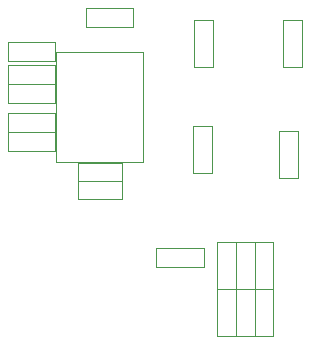
<source format=gbr>
G04 #@! TF.FileFunction,Other,User*
%FSLAX46Y46*%
G04 Gerber Fmt 4.6, Leading zero omitted, Abs format (unit mm)*
G04 Created by KiCad (PCBNEW 4.0.4+dfsg1-stable) date Sun Feb  5 16:49:06 2017*
%MOMM*%
%LPD*%
G01*
G04 APERTURE LIST*
%ADD10C,0.100000*%
%ADD11C,0.050000*%
G04 APERTURE END LIST*
D10*
D11*
X17250000Y18350000D02*
X20950000Y18350000D01*
X17250000Y19850000D02*
X20950000Y19850000D01*
X17250000Y18350000D02*
X17250000Y19850000D01*
X20950000Y18350000D02*
X20950000Y19850000D01*
X17250000Y19850000D02*
X20950000Y19850000D01*
X17250000Y21350000D02*
X20950000Y21350000D01*
X17250000Y19850000D02*
X17250000Y21350000D01*
X20950000Y19850000D02*
X20950000Y21350000D01*
X32200000Y14700000D02*
X32200000Y10700000D01*
X33800000Y14700000D02*
X33800000Y10700000D01*
X32200000Y14700000D02*
X33800000Y14700000D01*
X32200000Y10700000D02*
X33800000Y10700000D01*
X30600000Y14700000D02*
X30600000Y10700000D01*
X32200000Y14700000D02*
X32200000Y10700000D01*
X30600000Y14700000D02*
X32200000Y14700000D01*
X30600000Y10700000D02*
X32200000Y10700000D01*
X29000000Y14700000D02*
X29000000Y10700000D01*
X30600000Y14700000D02*
X30600000Y10700000D01*
X29000000Y14700000D02*
X30600000Y14700000D01*
X29000000Y10700000D02*
X30600000Y10700000D01*
X15400000Y21450000D02*
X15400000Y30750000D01*
X22800000Y21450000D02*
X22800000Y30750000D01*
X15400000Y21450000D02*
X22800000Y21450000D01*
X15400000Y30750000D02*
X22800000Y30750000D01*
X33800000Y6700000D02*
X33800000Y10700000D01*
X32200000Y6700000D02*
X32200000Y10700000D01*
X33800000Y6700000D02*
X32200000Y6700000D01*
X33800000Y10700000D02*
X32200000Y10700000D01*
X32200000Y6700000D02*
X32200000Y10700000D01*
X30600000Y6700000D02*
X30600000Y10700000D01*
X32200000Y6700000D02*
X30600000Y6700000D01*
X32200000Y10700000D02*
X30600000Y10700000D01*
X30600000Y6700000D02*
X30600000Y10700000D01*
X29000000Y6700000D02*
X29000000Y10700000D01*
X30600000Y6700000D02*
X29000000Y6700000D01*
X30600000Y10700000D02*
X29000000Y10700000D01*
X15300000Y31600000D02*
X11300000Y31600000D01*
X15300000Y30000000D02*
X11300000Y30000000D01*
X15300000Y31600000D02*
X15300000Y30000000D01*
X11300000Y31600000D02*
X11300000Y30000000D01*
X17900000Y32900000D02*
X21900000Y32900000D01*
X17900000Y34500000D02*
X21900000Y34500000D01*
X17900000Y32900000D02*
X17900000Y34500000D01*
X21900000Y32900000D02*
X21900000Y34500000D01*
X28600000Y20500000D02*
X28600000Y24500000D01*
X27000000Y20500000D02*
X27000000Y24500000D01*
X28600000Y20500000D02*
X27000000Y20500000D01*
X28600000Y24500000D02*
X27000000Y24500000D01*
X35900000Y20100000D02*
X35900000Y24100000D01*
X34300000Y20100000D02*
X34300000Y24100000D01*
X35900000Y20100000D02*
X34300000Y20100000D01*
X35900000Y24100000D02*
X34300000Y24100000D01*
X28700000Y29500000D02*
X28700000Y33500000D01*
X27100000Y29500000D02*
X27100000Y33500000D01*
X28700000Y29500000D02*
X27100000Y29500000D01*
X28700000Y33500000D02*
X27100000Y33500000D01*
X36200000Y29500000D02*
X36200000Y33500000D01*
X34600000Y29500000D02*
X34600000Y33500000D01*
X36200000Y29500000D02*
X34600000Y29500000D01*
X36200000Y33500000D02*
X34600000Y33500000D01*
X11300000Y22400000D02*
X15300000Y22400000D01*
X11300000Y24000000D02*
X15300000Y24000000D01*
X11300000Y22400000D02*
X11300000Y24000000D01*
X15300000Y22400000D02*
X15300000Y24000000D01*
X23900000Y12600000D02*
X27900000Y12600000D01*
X23900000Y14200000D02*
X27900000Y14200000D01*
X23900000Y12600000D02*
X23900000Y14200000D01*
X27900000Y12600000D02*
X27900000Y14200000D01*
X11300000Y24000000D02*
X15300000Y24000000D01*
X11300000Y25600000D02*
X15300000Y25600000D01*
X11300000Y24000000D02*
X11300000Y25600000D01*
X15300000Y24000000D02*
X15300000Y25600000D01*
X11300000Y26500000D02*
X15300000Y26500000D01*
X11300000Y28100000D02*
X15300000Y28100000D01*
X11300000Y26500000D02*
X11300000Y28100000D01*
X15300000Y26500000D02*
X15300000Y28100000D01*
X11300000Y28100000D02*
X15300000Y28100000D01*
X11300000Y29700000D02*
X15300000Y29700000D01*
X11300000Y28100000D02*
X11300000Y29700000D01*
X15300000Y28100000D02*
X15300000Y29700000D01*
M02*

</source>
